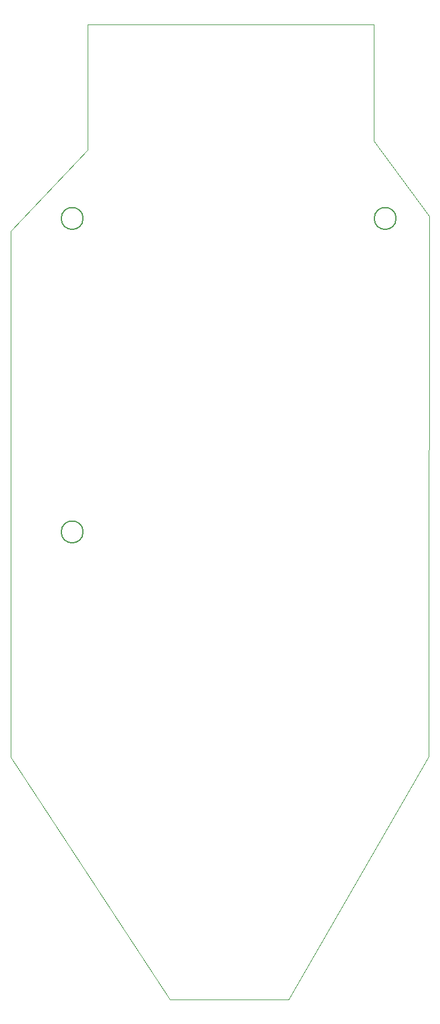
<source format=gbr>
%TF.GenerationSoftware,KiCad,Pcbnew,(6.0.9)*%
%TF.CreationDate,2022-12-26T16:29:41-09:00*%
%TF.ProjectId,PCB_ EXT LT PANEL,5043422c-2045-4585-9420-4c542050414e,rev?*%
%TF.SameCoordinates,Original*%
%TF.FileFunction,Profile,NP*%
%FSLAX46Y46*%
G04 Gerber Fmt 4.6, Leading zero omitted, Abs format (unit mm)*
G04 Created by KiCad (PCBNEW (6.0.9)) date 2022-12-26 16:29:41*
%MOMM*%
%LPD*%
G01*
G04 APERTURE LIST*
%TA.AperFunction,Profile*%
%ADD10C,0.050000*%
%TD*%
%TA.AperFunction,Profile*%
%ADD11C,0.200000*%
%TD*%
G04 APERTURE END LIST*
D10*
X102900000Y-45110400D02*
X102900000Y-27330400D01*
X143611600Y-27279600D02*
X143560800Y-43789600D01*
X114604800Y-165557200D02*
X91998800Y-131165600D01*
D11*
X102286400Y-54813200D02*
G75*
G03*
X102286400Y-54813200I-1550000J0D01*
G01*
D10*
X151384000Y-121310400D02*
X151384000Y-131114800D01*
X151434800Y-54457600D02*
X151384000Y-121310400D01*
X102900000Y-27330400D02*
X143611600Y-27279600D01*
X92049600Y-56591200D02*
X102900000Y-45110400D01*
X131470400Y-165557200D02*
X114604800Y-165557200D01*
X151384000Y-131114800D02*
X131470400Y-165557200D01*
X91998800Y-131165600D02*
X92049600Y-56591200D01*
D11*
X102286400Y-99263200D02*
G75*
G03*
X102286400Y-99263200I-1550000J0D01*
G01*
X146736400Y-54813200D02*
G75*
G03*
X146736400Y-54813200I-1550000J0D01*
G01*
D10*
X143560800Y-43789600D02*
X151434800Y-54457600D01*
M02*

</source>
